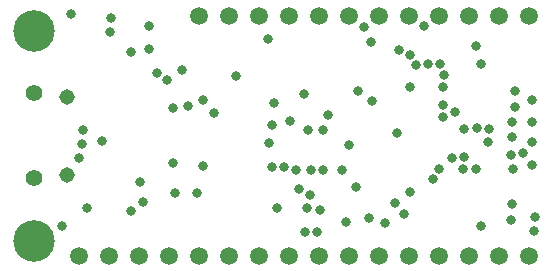
<source format=gbr>
G04 EAGLE Gerber RS-274X export*
G75*
%MOMM*%
%FSLAX34Y34*%
%LPD*%
%INCopper Layer 2*%
%IPPOS*%
%AMOC8*
5,1,8,0,0,1.08239X$1,22.5*%
G01*
%ADD10C,3.516000*%
%ADD11C,1.508000*%
%ADD12C,1.408000*%
%ADD13C,1.308000*%
%ADD14C,0.800100*%


D10*
X25400Y203200D03*
X25400Y25400D03*
D11*
X165100Y215900D03*
X190500Y215900D03*
X215900Y215900D03*
X241300Y215900D03*
X266700Y215900D03*
X292100Y215900D03*
X317500Y215900D03*
X342900Y215900D03*
X368300Y215900D03*
X393700Y215900D03*
X419100Y215900D03*
X444500Y215900D03*
X165100Y12700D03*
X190500Y12700D03*
X215900Y12700D03*
X241300Y12700D03*
X266700Y12700D03*
X292100Y12700D03*
X317500Y12700D03*
X342900Y12700D03*
X368300Y12700D03*
X393700Y12700D03*
X419100Y12700D03*
X444500Y12700D03*
X139700Y12700D03*
X114300Y12700D03*
X88900Y12700D03*
X63500Y12700D03*
D12*
X25450Y78300D03*
X25450Y150300D03*
D13*
X53450Y147300D03*
X53450Y81300D03*
D14*
X115570Y74930D03*
X168910Y88265D03*
X292100Y106680D03*
X196215Y165100D03*
X344170Y155575D03*
X429895Y56515D03*
X344170Y66675D03*
X297815Y70485D03*
X447040Y109220D03*
X447040Y125730D03*
X447040Y144780D03*
X433070Y151765D03*
X433070Y138430D03*
X430530Y125730D03*
X429260Y97790D03*
X430530Y113030D03*
X447040Y89535D03*
X48895Y37465D03*
X70485Y53340D03*
X118110Y58420D03*
X228600Y141605D03*
X231140Y53340D03*
X249555Y69215D03*
X355600Y207010D03*
X270510Y85090D03*
X224790Y107950D03*
X274320Y132080D03*
X304800Y206375D03*
X399415Y189865D03*
X267335Y51435D03*
X382270Y133985D03*
X177800Y133350D03*
X155575Y139700D03*
X107950Y185420D03*
X90805Y213995D03*
X299720Y151765D03*
X138430Y161290D03*
X289560Y41275D03*
X338455Y47625D03*
X322580Y40005D03*
X142875Y91440D03*
X83185Y109855D03*
X90170Y201930D03*
X449580Y45720D03*
X448885Y33376D03*
X344170Y182880D03*
X404098Y37387D03*
X330835Y57150D03*
X163830Y65405D03*
X242288Y126429D03*
X254000Y149225D03*
X247477Y85408D03*
X403924Y175230D03*
X333071Y116536D03*
X368530Y86349D03*
X388729Y86251D03*
X107950Y50420D03*
X256540Y53340D03*
X143510Y137795D03*
X129862Y167640D03*
X63500Y95250D03*
X144780Y66040D03*
X168910Y144145D03*
X122555Y187325D03*
X122555Y207010D03*
X410210Y109220D03*
X226776Y123190D03*
X236809Y87948D03*
X257698Y118857D03*
X410910Y119888D03*
X226776Y87630D03*
X259715Y85408D03*
X270510Y119380D03*
X311785Y143510D03*
X255270Y32385D03*
X372110Y129922D03*
X265430Y33020D03*
X348724Y173881D03*
X372745Y165735D03*
X372110Y155575D03*
X371475Y140335D03*
X334645Y186690D03*
X151130Y170180D03*
X400050Y85833D03*
X429498Y43180D03*
X363220Y77470D03*
X379730Y95712D03*
X259161Y64135D03*
X66487Y107195D03*
X66675Y119236D03*
X400877Y120458D03*
X389890Y119889D03*
X368935Y175260D03*
X358810Y174879D03*
X57150Y217170D03*
X309245Y44450D03*
X431165Y86360D03*
X439420Y99695D03*
X285854Y85248D03*
X389794Y96424D03*
X311150Y193503D03*
X223619Y196533D03*
M02*

</source>
